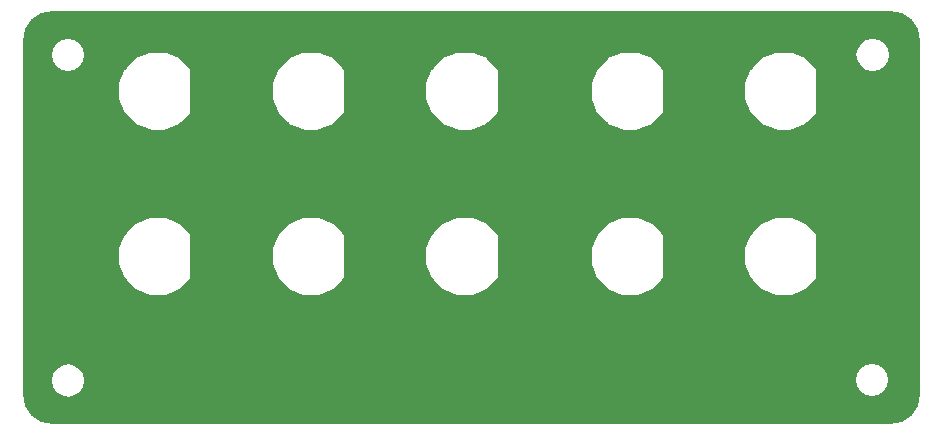
<source format=gtl>
G04 #@! TF.FileFunction,Copper,L1,Top,Signal*
%FSLAX46Y46*%
G04 Gerber Fmt 4.6, Leading zero omitted, Abs format (unit mm)*
G04 Created by KiCad (PCBNEW (2016-07-22 BZR 6991, Git 146a78a)-product) date 08/19/16 17:40:46*
%MOMM*%
%LPD*%
G01*
G04 APERTURE LIST*
%ADD10C,0.150000*%
%ADD11C,0.800000*%
%ADD12C,0.254000*%
G04 APERTURE END LIST*
D10*
D11*
X61950000Y-21630000D03*
X62465802Y-19705000D03*
X63875000Y-18295802D03*
X65800000Y-17780000D03*
X67725000Y-18295802D03*
X69134198Y-19705000D03*
X69650000Y-21630000D03*
X69134198Y-23555000D03*
X67725000Y-24964198D03*
X65800000Y-25480000D03*
X63875000Y-24964198D03*
X62465802Y-23555000D03*
X48950000Y-21630000D03*
X49465802Y-19705000D03*
X50875000Y-18295802D03*
X52800000Y-17780000D03*
X54725000Y-18295802D03*
X56134198Y-19705000D03*
X56650000Y-21630000D03*
X56134198Y-23555000D03*
X54725000Y-24964198D03*
X52800000Y-25480000D03*
X50875000Y-24964198D03*
X49465802Y-23555000D03*
X61950000Y-7630000D03*
X62465802Y-5705000D03*
X63875000Y-4295802D03*
X65800000Y-3780000D03*
X67725000Y-4295802D03*
X69134198Y-5705000D03*
X69650000Y-7630000D03*
X69134198Y-9555000D03*
X67725000Y-10964198D03*
X65800000Y-11480000D03*
X63875000Y-10964198D03*
X62465802Y-9555000D03*
X48950000Y-7630000D03*
X49465802Y-5705000D03*
X50875000Y-4295802D03*
X52800000Y-3780000D03*
X54725000Y-4295802D03*
X56134198Y-5705000D03*
X56650000Y-7630000D03*
X56134198Y-9555000D03*
X54725000Y-10964198D03*
X52800000Y-11480000D03*
X50875000Y-10964198D03*
X49465802Y-9555000D03*
X34950000Y-21630000D03*
X35465802Y-19705000D03*
X36875000Y-18295802D03*
X38800000Y-17780000D03*
X40725000Y-18295802D03*
X42134198Y-19705000D03*
X42650000Y-21630000D03*
X42134198Y-23555000D03*
X40725000Y-24964198D03*
X38800000Y-25480000D03*
X36875000Y-24964198D03*
X35465802Y-23555000D03*
X21950000Y-21630000D03*
X22465802Y-19705000D03*
X23875000Y-18295802D03*
X25800000Y-17780000D03*
X27725000Y-18295802D03*
X29134198Y-19705000D03*
X29650000Y-21630000D03*
X29134198Y-23555000D03*
X27725000Y-24964198D03*
X25800000Y-25480000D03*
X23875000Y-24964198D03*
X22465802Y-23555000D03*
X8950000Y-21630000D03*
X9465802Y-19705000D03*
X10875000Y-18295802D03*
X12800000Y-17780000D03*
X14725000Y-18295802D03*
X16134198Y-19705000D03*
X16650000Y-21630000D03*
X16134198Y-23555000D03*
X14725000Y-24964198D03*
X12800000Y-25480000D03*
X10875000Y-24964198D03*
X9465802Y-23555000D03*
X34950000Y-7630000D03*
X35465802Y-5705000D03*
X36875000Y-4295802D03*
X38800000Y-3780000D03*
X40725000Y-4295802D03*
X42134198Y-5705000D03*
X42650000Y-7630000D03*
X42134198Y-9555000D03*
X40725000Y-10964198D03*
X38800000Y-11480000D03*
X36875000Y-10964198D03*
X35465802Y-9555000D03*
X21950000Y-7630000D03*
X22465802Y-5705000D03*
X23875000Y-4295802D03*
X25800000Y-3780000D03*
X27725000Y-4295802D03*
X29134198Y-5705000D03*
X29650000Y-7630000D03*
X29134198Y-9555000D03*
X27725000Y-10964198D03*
X25800000Y-11480000D03*
X23875000Y-10964198D03*
X22465802Y-9555000D03*
X8950000Y-7630000D03*
X9465802Y-5705000D03*
X10875000Y-4295802D03*
X12800000Y-3780000D03*
X14725000Y-4295802D03*
X16134198Y-5705000D03*
X16650000Y-7630000D03*
X16134198Y-9555000D03*
X14725000Y-10964198D03*
X12800000Y-11480000D03*
X10875000Y-10964198D03*
X9465802Y-9555000D03*
D12*
G36*
X75779429Y-1158592D02*
X76541926Y-1668077D01*
X77051408Y-2430571D01*
X77233000Y-3343495D01*
X77233000Y-33326505D01*
X77051408Y-34239429D01*
X76541926Y-35001923D01*
X75779429Y-35511408D01*
X74866495Y-35693002D01*
X3883485Y-35702998D01*
X2970571Y-35521408D01*
X2208077Y-35011926D01*
X1698592Y-34249429D01*
X1517000Y-33336505D01*
X1517000Y-32140000D01*
X3708000Y-32140000D01*
X3822333Y-32714791D01*
X4147926Y-33202074D01*
X4635209Y-33527667D01*
X5210000Y-33642000D01*
X5784791Y-33527667D01*
X6272074Y-33202074D01*
X6597667Y-32714791D01*
X6712000Y-32140000D01*
X6704044Y-32100000D01*
X71788000Y-32100000D01*
X71902333Y-32674791D01*
X72227926Y-33162074D01*
X72715209Y-33487667D01*
X73290000Y-33602000D01*
X73864791Y-33487667D01*
X74352074Y-33162074D01*
X74677667Y-32674791D01*
X74792000Y-32100000D01*
X74677667Y-31525209D01*
X74352074Y-31037926D01*
X73864791Y-30712333D01*
X73290000Y-30598000D01*
X72715209Y-30712333D01*
X72227926Y-31037926D01*
X71902333Y-31525209D01*
X71788000Y-32100000D01*
X6704044Y-32100000D01*
X6597667Y-31565209D01*
X6272074Y-31077926D01*
X5784791Y-30752333D01*
X5210000Y-30638000D01*
X4635209Y-30752333D01*
X4147926Y-31077926D01*
X3822333Y-31565209D01*
X3708000Y-32140000D01*
X1517000Y-32140000D01*
X1517000Y-22259019D01*
X9408948Y-22259019D01*
X9424207Y-22336344D01*
X9424208Y-22336345D01*
X9907791Y-23508833D01*
X9907792Y-23508838D01*
X9913618Y-23517585D01*
X9951481Y-23574438D01*
X9951484Y-23574440D01*
X10846946Y-24472616D01*
X10846948Y-24472619D01*
X10873222Y-24490233D01*
X10912415Y-24516507D01*
X10912420Y-24516508D01*
X12083435Y-25003636D01*
X12083439Y-25003639D01*
X12160717Y-25019132D01*
X13429019Y-25021052D01*
X13506344Y-25005793D01*
X13506346Y-25005791D01*
X14678833Y-24522209D01*
X14678838Y-24522208D01*
X14718214Y-24495984D01*
X14744438Y-24478519D01*
X14744440Y-24478516D01*
X15642619Y-23583051D01*
X15642704Y-23582924D01*
X15642836Y-23582836D01*
X15664752Y-23550037D01*
X15686507Y-23517585D01*
X15686538Y-23517431D01*
X15686624Y-23517302D01*
X15694181Y-23479310D01*
X15702001Y-23440306D01*
X15701970Y-23440150D01*
X15702000Y-23440000D01*
X15702000Y-22259019D01*
X22408948Y-22259019D01*
X22424207Y-22336344D01*
X22424208Y-22336345D01*
X22907791Y-23508833D01*
X22907792Y-23508838D01*
X22913618Y-23517585D01*
X22951481Y-23574438D01*
X22951484Y-23574440D01*
X23846946Y-24472616D01*
X23846948Y-24472619D01*
X23873222Y-24490233D01*
X23912415Y-24516507D01*
X23912420Y-24516508D01*
X25083435Y-25003636D01*
X25083439Y-25003639D01*
X25160717Y-25019132D01*
X26429019Y-25021052D01*
X26506344Y-25005793D01*
X26506346Y-25005791D01*
X27678833Y-24522209D01*
X27678838Y-24522208D01*
X27718214Y-24495984D01*
X27744438Y-24478519D01*
X27744440Y-24478516D01*
X28642619Y-23583051D01*
X28642704Y-23582924D01*
X28642836Y-23582836D01*
X28664752Y-23550037D01*
X28686507Y-23517585D01*
X28686538Y-23517431D01*
X28686624Y-23517302D01*
X28694181Y-23479310D01*
X28702001Y-23440306D01*
X28701970Y-23440150D01*
X28702000Y-23440000D01*
X28702000Y-22259019D01*
X35408948Y-22259019D01*
X35424207Y-22336344D01*
X35424208Y-22336345D01*
X35907791Y-23508833D01*
X35907792Y-23508838D01*
X35913618Y-23517585D01*
X35951481Y-23574438D01*
X35951484Y-23574440D01*
X36846946Y-24472616D01*
X36846948Y-24472619D01*
X36873222Y-24490233D01*
X36912415Y-24516507D01*
X36912420Y-24516508D01*
X38083435Y-25003636D01*
X38083439Y-25003639D01*
X38160717Y-25019132D01*
X39429019Y-25021052D01*
X39506344Y-25005793D01*
X39506346Y-25005791D01*
X40678833Y-24522209D01*
X40678838Y-24522208D01*
X40718214Y-24495984D01*
X40744438Y-24478519D01*
X40744440Y-24478516D01*
X41642619Y-23583051D01*
X41642704Y-23582924D01*
X41642836Y-23582836D01*
X41664752Y-23550037D01*
X41686507Y-23517585D01*
X41686538Y-23517431D01*
X41686624Y-23517302D01*
X41694181Y-23479310D01*
X41702001Y-23440306D01*
X41701970Y-23440150D01*
X41702000Y-23440000D01*
X41702000Y-22259019D01*
X49408948Y-22259019D01*
X49424207Y-22336344D01*
X49424208Y-22336345D01*
X49907791Y-23508833D01*
X49907792Y-23508838D01*
X49913618Y-23517585D01*
X49951481Y-23574438D01*
X49951484Y-23574440D01*
X50846946Y-24472616D01*
X50846948Y-24472619D01*
X50873222Y-24490233D01*
X50912415Y-24516507D01*
X50912420Y-24516508D01*
X52083435Y-25003636D01*
X52083439Y-25003639D01*
X52160717Y-25019132D01*
X53429019Y-25021052D01*
X53506344Y-25005793D01*
X53506346Y-25005791D01*
X54678833Y-24522209D01*
X54678838Y-24522208D01*
X54718214Y-24495984D01*
X54744438Y-24478519D01*
X54744440Y-24478516D01*
X55642619Y-23583051D01*
X55642704Y-23582924D01*
X55642836Y-23582836D01*
X55664752Y-23550037D01*
X55686507Y-23517585D01*
X55686538Y-23517431D01*
X55686624Y-23517302D01*
X55694181Y-23479310D01*
X55702001Y-23440306D01*
X55701970Y-23440150D01*
X55702000Y-23440000D01*
X55702000Y-22259019D01*
X62408948Y-22259019D01*
X62424207Y-22336344D01*
X62424208Y-22336345D01*
X62907791Y-23508833D01*
X62907792Y-23508838D01*
X62913618Y-23517585D01*
X62951481Y-23574438D01*
X62951484Y-23574440D01*
X63846946Y-24472616D01*
X63846948Y-24472619D01*
X63873222Y-24490233D01*
X63912415Y-24516507D01*
X63912420Y-24516508D01*
X65083435Y-25003636D01*
X65083439Y-25003639D01*
X65160717Y-25019132D01*
X66429019Y-25021052D01*
X66506344Y-25005793D01*
X66506346Y-25005791D01*
X67678833Y-24522209D01*
X67678838Y-24522208D01*
X67718214Y-24495984D01*
X67744438Y-24478519D01*
X67744440Y-24478516D01*
X68642619Y-23583051D01*
X68642704Y-23582924D01*
X68642836Y-23582836D01*
X68664752Y-23550037D01*
X68686507Y-23517585D01*
X68686538Y-23517431D01*
X68686624Y-23517302D01*
X68694181Y-23479310D01*
X68702001Y-23440306D01*
X68701970Y-23440150D01*
X68702000Y-23440000D01*
X68702000Y-19820005D01*
X68702001Y-19820000D01*
X68686624Y-19742698D01*
X68642836Y-19677164D01*
X67752836Y-18787164D01*
X67719958Y-18765196D01*
X67687585Y-18743494D01*
X67687303Y-18743377D01*
X67687302Y-18743376D01*
X67687301Y-18743376D01*
X66516562Y-18256362D01*
X66516563Y-18256362D01*
X66516561Y-18256361D01*
X66454776Y-18243974D01*
X66439283Y-18240868D01*
X66439282Y-18240868D01*
X65170981Y-18238948D01*
X65093656Y-18254207D01*
X63921167Y-18737791D01*
X63921162Y-18737792D01*
X63855563Y-18781481D01*
X62957381Y-19676948D01*
X62913493Y-19742415D01*
X62913492Y-19742420D01*
X62426363Y-20913437D01*
X62426361Y-20913439D01*
X62410868Y-20990718D01*
X62408948Y-22259019D01*
X55702000Y-22259019D01*
X55702000Y-19820005D01*
X55702001Y-19820000D01*
X55686624Y-19742698D01*
X55642836Y-19677164D01*
X54752836Y-18787164D01*
X54719958Y-18765196D01*
X54687585Y-18743494D01*
X54687303Y-18743377D01*
X54687302Y-18743376D01*
X54687301Y-18743376D01*
X53516562Y-18256362D01*
X53516563Y-18256362D01*
X53516561Y-18256361D01*
X53454776Y-18243974D01*
X53439283Y-18240868D01*
X53439282Y-18240868D01*
X52170981Y-18238948D01*
X52093656Y-18254207D01*
X50921167Y-18737791D01*
X50921162Y-18737792D01*
X50855563Y-18781481D01*
X49957381Y-19676948D01*
X49913493Y-19742415D01*
X49913492Y-19742420D01*
X49426363Y-20913437D01*
X49426361Y-20913439D01*
X49410868Y-20990718D01*
X49408948Y-22259019D01*
X41702000Y-22259019D01*
X41702000Y-19820005D01*
X41702001Y-19820000D01*
X41686624Y-19742698D01*
X41642836Y-19677164D01*
X40752836Y-18787164D01*
X40719958Y-18765196D01*
X40687585Y-18743494D01*
X40687303Y-18743377D01*
X40687302Y-18743376D01*
X40687301Y-18743376D01*
X39516562Y-18256362D01*
X39516563Y-18256362D01*
X39516561Y-18256361D01*
X39454776Y-18243974D01*
X39439283Y-18240868D01*
X39439282Y-18240868D01*
X38170981Y-18238948D01*
X38093656Y-18254207D01*
X36921167Y-18737791D01*
X36921162Y-18737792D01*
X36855563Y-18781481D01*
X35957381Y-19676948D01*
X35913493Y-19742415D01*
X35913492Y-19742420D01*
X35426363Y-20913437D01*
X35426361Y-20913439D01*
X35410868Y-20990718D01*
X35408948Y-22259019D01*
X28702000Y-22259019D01*
X28702000Y-19820005D01*
X28702001Y-19820000D01*
X28686624Y-19742698D01*
X28642836Y-19677164D01*
X27752836Y-18787164D01*
X27719958Y-18765196D01*
X27687585Y-18743494D01*
X27687303Y-18743377D01*
X27687302Y-18743376D01*
X27687301Y-18743376D01*
X26516562Y-18256362D01*
X26516563Y-18256362D01*
X26516561Y-18256361D01*
X26454776Y-18243974D01*
X26439283Y-18240868D01*
X26439282Y-18240868D01*
X25170981Y-18238948D01*
X25093656Y-18254207D01*
X23921167Y-18737791D01*
X23921162Y-18737792D01*
X23855563Y-18781481D01*
X22957381Y-19676948D01*
X22913493Y-19742415D01*
X22913492Y-19742420D01*
X22426363Y-20913437D01*
X22426361Y-20913439D01*
X22410868Y-20990718D01*
X22408948Y-22259019D01*
X15702000Y-22259019D01*
X15702000Y-19820005D01*
X15702001Y-19820000D01*
X15686624Y-19742698D01*
X15642836Y-19677164D01*
X14752836Y-18787164D01*
X14719958Y-18765196D01*
X14687585Y-18743494D01*
X14687303Y-18743377D01*
X14687302Y-18743376D01*
X14687301Y-18743376D01*
X13516562Y-18256362D01*
X13516563Y-18256362D01*
X13516561Y-18256361D01*
X13454776Y-18243974D01*
X13439283Y-18240868D01*
X13439282Y-18240868D01*
X12170981Y-18238948D01*
X12093656Y-18254207D01*
X10921167Y-18737791D01*
X10921162Y-18737792D01*
X10855563Y-18781481D01*
X9957381Y-19676948D01*
X9913493Y-19742415D01*
X9913492Y-19742420D01*
X9426363Y-20913437D01*
X9426361Y-20913439D01*
X9410868Y-20990718D01*
X9408948Y-22259019D01*
X1517000Y-22259019D01*
X1517000Y-8259019D01*
X9408948Y-8259019D01*
X9424207Y-8336344D01*
X9424208Y-8336345D01*
X9907791Y-9508833D01*
X9907792Y-9508838D01*
X9913618Y-9517585D01*
X9951481Y-9574438D01*
X9951484Y-9574440D01*
X10846946Y-10472616D01*
X10846948Y-10472619D01*
X10873222Y-10490233D01*
X10912415Y-10516507D01*
X10912420Y-10516508D01*
X12083435Y-11003636D01*
X12083439Y-11003639D01*
X12160717Y-11019132D01*
X13429019Y-11021052D01*
X13506344Y-11005793D01*
X13506346Y-11005791D01*
X14678833Y-10522209D01*
X14678838Y-10522208D01*
X14718214Y-10495984D01*
X14744438Y-10478519D01*
X14744440Y-10478516D01*
X15642619Y-9583051D01*
X15642704Y-9582924D01*
X15642836Y-9582836D01*
X15664752Y-9550037D01*
X15686507Y-9517585D01*
X15686538Y-9517431D01*
X15686624Y-9517302D01*
X15694181Y-9479310D01*
X15702001Y-9440306D01*
X15701970Y-9440150D01*
X15702000Y-9440000D01*
X15702000Y-8259019D01*
X22408948Y-8259019D01*
X22424207Y-8336344D01*
X22424208Y-8336345D01*
X22907791Y-9508833D01*
X22907792Y-9508838D01*
X22913618Y-9517585D01*
X22951481Y-9574438D01*
X22951484Y-9574440D01*
X23846946Y-10472616D01*
X23846948Y-10472619D01*
X23873222Y-10490233D01*
X23912415Y-10516507D01*
X23912420Y-10516508D01*
X25083435Y-11003636D01*
X25083439Y-11003639D01*
X25160717Y-11019132D01*
X26429019Y-11021052D01*
X26506344Y-11005793D01*
X26506346Y-11005791D01*
X27678833Y-10522209D01*
X27678838Y-10522208D01*
X27718214Y-10495984D01*
X27744438Y-10478519D01*
X27744440Y-10478516D01*
X28642619Y-9583051D01*
X28642704Y-9582924D01*
X28642836Y-9582836D01*
X28664752Y-9550037D01*
X28686507Y-9517585D01*
X28686538Y-9517431D01*
X28686624Y-9517302D01*
X28694181Y-9479310D01*
X28702001Y-9440306D01*
X28701970Y-9440150D01*
X28702000Y-9440000D01*
X28702000Y-8259019D01*
X35408948Y-8259019D01*
X35424207Y-8336344D01*
X35424208Y-8336345D01*
X35907791Y-9508833D01*
X35907792Y-9508838D01*
X35913618Y-9517585D01*
X35951481Y-9574438D01*
X35951484Y-9574440D01*
X36846946Y-10472616D01*
X36846948Y-10472619D01*
X36873222Y-10490233D01*
X36912415Y-10516507D01*
X36912420Y-10516508D01*
X38083435Y-11003636D01*
X38083439Y-11003639D01*
X38160717Y-11019132D01*
X39429019Y-11021052D01*
X39506344Y-11005793D01*
X39506346Y-11005791D01*
X40678833Y-10522209D01*
X40678838Y-10522208D01*
X40718214Y-10495984D01*
X40744438Y-10478519D01*
X40744440Y-10478516D01*
X41642619Y-9583051D01*
X41642704Y-9582924D01*
X41642836Y-9582836D01*
X41664752Y-9550037D01*
X41686507Y-9517585D01*
X41686538Y-9517431D01*
X41686624Y-9517302D01*
X41694181Y-9479310D01*
X41702001Y-9440306D01*
X41701970Y-9440150D01*
X41702000Y-9440000D01*
X41702000Y-8259019D01*
X49408948Y-8259019D01*
X49424207Y-8336344D01*
X49424208Y-8336345D01*
X49907791Y-9508833D01*
X49907792Y-9508838D01*
X49913618Y-9517585D01*
X49951481Y-9574438D01*
X49951484Y-9574440D01*
X50846946Y-10472616D01*
X50846948Y-10472619D01*
X50873222Y-10490233D01*
X50912415Y-10516507D01*
X50912420Y-10516508D01*
X52083435Y-11003636D01*
X52083439Y-11003639D01*
X52160717Y-11019132D01*
X53429019Y-11021052D01*
X53506344Y-11005793D01*
X53506346Y-11005791D01*
X54678833Y-10522209D01*
X54678838Y-10522208D01*
X54718214Y-10495984D01*
X54744438Y-10478519D01*
X54744440Y-10478516D01*
X55642619Y-9583051D01*
X55642704Y-9582924D01*
X55642836Y-9582836D01*
X55664752Y-9550037D01*
X55686507Y-9517585D01*
X55686538Y-9517431D01*
X55686624Y-9517302D01*
X55694181Y-9479310D01*
X55702001Y-9440306D01*
X55701970Y-9440150D01*
X55702000Y-9440000D01*
X55702000Y-8259019D01*
X62408948Y-8259019D01*
X62424207Y-8336344D01*
X62424208Y-8336345D01*
X62907791Y-9508833D01*
X62907792Y-9508838D01*
X62913618Y-9517585D01*
X62951481Y-9574438D01*
X62951484Y-9574440D01*
X63846946Y-10472616D01*
X63846948Y-10472619D01*
X63873222Y-10490233D01*
X63912415Y-10516507D01*
X63912420Y-10516508D01*
X65083435Y-11003636D01*
X65083439Y-11003639D01*
X65160717Y-11019132D01*
X66429019Y-11021052D01*
X66506344Y-11005793D01*
X66506346Y-11005791D01*
X67678833Y-10522209D01*
X67678838Y-10522208D01*
X67718214Y-10495984D01*
X67744438Y-10478519D01*
X67744440Y-10478516D01*
X68642619Y-9583051D01*
X68642704Y-9582924D01*
X68642836Y-9582836D01*
X68664752Y-9550037D01*
X68686507Y-9517585D01*
X68686538Y-9517431D01*
X68686624Y-9517302D01*
X68694181Y-9479310D01*
X68702001Y-9440306D01*
X68701970Y-9440150D01*
X68702000Y-9440000D01*
X68702000Y-5820005D01*
X68702001Y-5820000D01*
X68686624Y-5742698D01*
X68642836Y-5677164D01*
X67752836Y-4787164D01*
X67719958Y-4765196D01*
X67687585Y-4743494D01*
X67687303Y-4743377D01*
X67687302Y-4743376D01*
X67687301Y-4743376D01*
X67246482Y-4560000D01*
X71828000Y-4560000D01*
X71942333Y-5134791D01*
X72267926Y-5622074D01*
X72755209Y-5947667D01*
X73330000Y-6062000D01*
X73904791Y-5947667D01*
X74392074Y-5622074D01*
X74717667Y-5134791D01*
X74832000Y-4560000D01*
X74717667Y-3985209D01*
X74392074Y-3497926D01*
X73904791Y-3172333D01*
X73330000Y-3058000D01*
X72755209Y-3172333D01*
X72267926Y-3497926D01*
X71942333Y-3985209D01*
X71828000Y-4560000D01*
X67246482Y-4560000D01*
X66516562Y-4256362D01*
X66516563Y-4256362D01*
X66516561Y-4256361D01*
X66454776Y-4243974D01*
X66439283Y-4240868D01*
X66439282Y-4240868D01*
X65170981Y-4238948D01*
X65093656Y-4254207D01*
X63921167Y-4737791D01*
X63921162Y-4737792D01*
X63855563Y-4781481D01*
X62957381Y-5676948D01*
X62913493Y-5742415D01*
X62913492Y-5742420D01*
X62426363Y-6913437D01*
X62426361Y-6913439D01*
X62410868Y-6990718D01*
X62408948Y-8259019D01*
X55702000Y-8259019D01*
X55702000Y-5820005D01*
X55702001Y-5820000D01*
X55686624Y-5742698D01*
X55642836Y-5677164D01*
X54752836Y-4787164D01*
X54719958Y-4765196D01*
X54687585Y-4743494D01*
X54687303Y-4743377D01*
X54687302Y-4743376D01*
X54687301Y-4743376D01*
X53516562Y-4256362D01*
X53516563Y-4256362D01*
X53516561Y-4256361D01*
X53454776Y-4243974D01*
X53439283Y-4240868D01*
X53439282Y-4240868D01*
X52170981Y-4238948D01*
X52093656Y-4254207D01*
X50921167Y-4737791D01*
X50921162Y-4737792D01*
X50855563Y-4781481D01*
X49957381Y-5676948D01*
X49913493Y-5742415D01*
X49913492Y-5742420D01*
X49426363Y-6913437D01*
X49426361Y-6913439D01*
X49410868Y-6990718D01*
X49408948Y-8259019D01*
X41702000Y-8259019D01*
X41702000Y-5820005D01*
X41702001Y-5820000D01*
X41686624Y-5742698D01*
X41642836Y-5677164D01*
X40752836Y-4787164D01*
X40719958Y-4765196D01*
X40687585Y-4743494D01*
X40687303Y-4743377D01*
X40687302Y-4743376D01*
X40687301Y-4743376D01*
X39516562Y-4256362D01*
X39516563Y-4256362D01*
X39516561Y-4256361D01*
X39454776Y-4243974D01*
X39439283Y-4240868D01*
X39439282Y-4240868D01*
X38170981Y-4238948D01*
X38093656Y-4254207D01*
X36921167Y-4737791D01*
X36921162Y-4737792D01*
X36855563Y-4781481D01*
X35957381Y-5676948D01*
X35913493Y-5742415D01*
X35913492Y-5742420D01*
X35426363Y-6913437D01*
X35426361Y-6913439D01*
X35410868Y-6990718D01*
X35408948Y-8259019D01*
X28702000Y-8259019D01*
X28702000Y-5820005D01*
X28702001Y-5820000D01*
X28686624Y-5742698D01*
X28642836Y-5677164D01*
X27752836Y-4787164D01*
X27719958Y-4765196D01*
X27687585Y-4743494D01*
X27687303Y-4743377D01*
X27687302Y-4743376D01*
X27687301Y-4743376D01*
X26516562Y-4256362D01*
X26516563Y-4256362D01*
X26516561Y-4256361D01*
X26454776Y-4243974D01*
X26439283Y-4240868D01*
X26439282Y-4240868D01*
X25170981Y-4238948D01*
X25093656Y-4254207D01*
X23921167Y-4737791D01*
X23921162Y-4737792D01*
X23855563Y-4781481D01*
X22957381Y-5676948D01*
X22913493Y-5742415D01*
X22913492Y-5742420D01*
X22426363Y-6913437D01*
X22426361Y-6913439D01*
X22410868Y-6990718D01*
X22408948Y-8259019D01*
X15702000Y-8259019D01*
X15702000Y-5820005D01*
X15702001Y-5820000D01*
X15686624Y-5742698D01*
X15642836Y-5677164D01*
X14752836Y-4787164D01*
X14719958Y-4765196D01*
X14687585Y-4743494D01*
X14687303Y-4743377D01*
X14687302Y-4743376D01*
X14687301Y-4743376D01*
X13516562Y-4256362D01*
X13516563Y-4256362D01*
X13516561Y-4256361D01*
X13454776Y-4243974D01*
X13439283Y-4240868D01*
X13439282Y-4240868D01*
X12170981Y-4238948D01*
X12093656Y-4254207D01*
X10921167Y-4737791D01*
X10921162Y-4737792D01*
X10855563Y-4781481D01*
X9957381Y-5676948D01*
X9913493Y-5742415D01*
X9913492Y-5742420D01*
X9426363Y-6913437D01*
X9426361Y-6913439D01*
X9410868Y-6990718D01*
X9408948Y-8259019D01*
X1517000Y-8259019D01*
X1517000Y-4590000D01*
X3718000Y-4590000D01*
X3832333Y-5164791D01*
X4157926Y-5652074D01*
X4645209Y-5977667D01*
X5220000Y-6092000D01*
X5794791Y-5977667D01*
X6282074Y-5652074D01*
X6607667Y-5164791D01*
X6722000Y-4590000D01*
X6607667Y-4015209D01*
X6282074Y-3527926D01*
X5794791Y-3202333D01*
X5220000Y-3088000D01*
X4645209Y-3202333D01*
X4157926Y-3527926D01*
X3832333Y-4015209D01*
X3718000Y-4590000D01*
X1517000Y-4590000D01*
X1517000Y-3343495D01*
X1698592Y-2430571D01*
X2208077Y-1668074D01*
X2970571Y-1158592D01*
X3883495Y-977000D01*
X74866505Y-977000D01*
X75779429Y-1158592D01*
X75779429Y-1158592D01*
G37*
X75779429Y-1158592D02*
X76541926Y-1668077D01*
X77051408Y-2430571D01*
X77233000Y-3343495D01*
X77233000Y-33326505D01*
X77051408Y-34239429D01*
X76541926Y-35001923D01*
X75779429Y-35511408D01*
X74866495Y-35693002D01*
X3883485Y-35702998D01*
X2970571Y-35521408D01*
X2208077Y-35011926D01*
X1698592Y-34249429D01*
X1517000Y-33336505D01*
X1517000Y-32140000D01*
X3708000Y-32140000D01*
X3822333Y-32714791D01*
X4147926Y-33202074D01*
X4635209Y-33527667D01*
X5210000Y-33642000D01*
X5784791Y-33527667D01*
X6272074Y-33202074D01*
X6597667Y-32714791D01*
X6712000Y-32140000D01*
X6704044Y-32100000D01*
X71788000Y-32100000D01*
X71902333Y-32674791D01*
X72227926Y-33162074D01*
X72715209Y-33487667D01*
X73290000Y-33602000D01*
X73864791Y-33487667D01*
X74352074Y-33162074D01*
X74677667Y-32674791D01*
X74792000Y-32100000D01*
X74677667Y-31525209D01*
X74352074Y-31037926D01*
X73864791Y-30712333D01*
X73290000Y-30598000D01*
X72715209Y-30712333D01*
X72227926Y-31037926D01*
X71902333Y-31525209D01*
X71788000Y-32100000D01*
X6704044Y-32100000D01*
X6597667Y-31565209D01*
X6272074Y-31077926D01*
X5784791Y-30752333D01*
X5210000Y-30638000D01*
X4635209Y-30752333D01*
X4147926Y-31077926D01*
X3822333Y-31565209D01*
X3708000Y-32140000D01*
X1517000Y-32140000D01*
X1517000Y-22259019D01*
X9408948Y-22259019D01*
X9424207Y-22336344D01*
X9424208Y-22336345D01*
X9907791Y-23508833D01*
X9907792Y-23508838D01*
X9913618Y-23517585D01*
X9951481Y-23574438D01*
X9951484Y-23574440D01*
X10846946Y-24472616D01*
X10846948Y-24472619D01*
X10873222Y-24490233D01*
X10912415Y-24516507D01*
X10912420Y-24516508D01*
X12083435Y-25003636D01*
X12083439Y-25003639D01*
X12160717Y-25019132D01*
X13429019Y-25021052D01*
X13506344Y-25005793D01*
X13506346Y-25005791D01*
X14678833Y-24522209D01*
X14678838Y-24522208D01*
X14718214Y-24495984D01*
X14744438Y-24478519D01*
X14744440Y-24478516D01*
X15642619Y-23583051D01*
X15642704Y-23582924D01*
X15642836Y-23582836D01*
X15664752Y-23550037D01*
X15686507Y-23517585D01*
X15686538Y-23517431D01*
X15686624Y-23517302D01*
X15694181Y-23479310D01*
X15702001Y-23440306D01*
X15701970Y-23440150D01*
X15702000Y-23440000D01*
X15702000Y-22259019D01*
X22408948Y-22259019D01*
X22424207Y-22336344D01*
X22424208Y-22336345D01*
X22907791Y-23508833D01*
X22907792Y-23508838D01*
X22913618Y-23517585D01*
X22951481Y-23574438D01*
X22951484Y-23574440D01*
X23846946Y-24472616D01*
X23846948Y-24472619D01*
X23873222Y-24490233D01*
X23912415Y-24516507D01*
X23912420Y-24516508D01*
X25083435Y-25003636D01*
X25083439Y-25003639D01*
X25160717Y-25019132D01*
X26429019Y-25021052D01*
X26506344Y-25005793D01*
X26506346Y-25005791D01*
X27678833Y-24522209D01*
X27678838Y-24522208D01*
X27718214Y-24495984D01*
X27744438Y-24478519D01*
X27744440Y-24478516D01*
X28642619Y-23583051D01*
X28642704Y-23582924D01*
X28642836Y-23582836D01*
X28664752Y-23550037D01*
X28686507Y-23517585D01*
X28686538Y-23517431D01*
X28686624Y-23517302D01*
X28694181Y-23479310D01*
X28702001Y-23440306D01*
X28701970Y-23440150D01*
X28702000Y-23440000D01*
X28702000Y-22259019D01*
X35408948Y-22259019D01*
X35424207Y-22336344D01*
X35424208Y-22336345D01*
X35907791Y-23508833D01*
X35907792Y-23508838D01*
X35913618Y-23517585D01*
X35951481Y-23574438D01*
X35951484Y-23574440D01*
X36846946Y-24472616D01*
X36846948Y-24472619D01*
X36873222Y-24490233D01*
X36912415Y-24516507D01*
X36912420Y-24516508D01*
X38083435Y-25003636D01*
X38083439Y-25003639D01*
X38160717Y-25019132D01*
X39429019Y-25021052D01*
X39506344Y-25005793D01*
X39506346Y-25005791D01*
X40678833Y-24522209D01*
X40678838Y-24522208D01*
X40718214Y-24495984D01*
X40744438Y-24478519D01*
X40744440Y-24478516D01*
X41642619Y-23583051D01*
X41642704Y-23582924D01*
X41642836Y-23582836D01*
X41664752Y-23550037D01*
X41686507Y-23517585D01*
X41686538Y-23517431D01*
X41686624Y-23517302D01*
X41694181Y-23479310D01*
X41702001Y-23440306D01*
X41701970Y-23440150D01*
X41702000Y-23440000D01*
X41702000Y-22259019D01*
X49408948Y-22259019D01*
X49424207Y-22336344D01*
X49424208Y-22336345D01*
X49907791Y-23508833D01*
X49907792Y-23508838D01*
X49913618Y-23517585D01*
X49951481Y-23574438D01*
X49951484Y-23574440D01*
X50846946Y-24472616D01*
X50846948Y-24472619D01*
X50873222Y-24490233D01*
X50912415Y-24516507D01*
X50912420Y-24516508D01*
X52083435Y-25003636D01*
X52083439Y-25003639D01*
X52160717Y-25019132D01*
X53429019Y-25021052D01*
X53506344Y-25005793D01*
X53506346Y-25005791D01*
X54678833Y-24522209D01*
X54678838Y-24522208D01*
X54718214Y-24495984D01*
X54744438Y-24478519D01*
X54744440Y-24478516D01*
X55642619Y-23583051D01*
X55642704Y-23582924D01*
X55642836Y-23582836D01*
X55664752Y-23550037D01*
X55686507Y-23517585D01*
X55686538Y-23517431D01*
X55686624Y-23517302D01*
X55694181Y-23479310D01*
X55702001Y-23440306D01*
X55701970Y-23440150D01*
X55702000Y-23440000D01*
X55702000Y-22259019D01*
X62408948Y-22259019D01*
X62424207Y-22336344D01*
X62424208Y-22336345D01*
X62907791Y-23508833D01*
X62907792Y-23508838D01*
X62913618Y-23517585D01*
X62951481Y-23574438D01*
X62951484Y-23574440D01*
X63846946Y-24472616D01*
X63846948Y-24472619D01*
X63873222Y-24490233D01*
X63912415Y-24516507D01*
X63912420Y-24516508D01*
X65083435Y-25003636D01*
X65083439Y-25003639D01*
X65160717Y-25019132D01*
X66429019Y-25021052D01*
X66506344Y-25005793D01*
X66506346Y-25005791D01*
X67678833Y-24522209D01*
X67678838Y-24522208D01*
X67718214Y-24495984D01*
X67744438Y-24478519D01*
X67744440Y-24478516D01*
X68642619Y-23583051D01*
X68642704Y-23582924D01*
X68642836Y-23582836D01*
X68664752Y-23550037D01*
X68686507Y-23517585D01*
X68686538Y-23517431D01*
X68686624Y-23517302D01*
X68694181Y-23479310D01*
X68702001Y-23440306D01*
X68701970Y-23440150D01*
X68702000Y-23440000D01*
X68702000Y-19820005D01*
X68702001Y-19820000D01*
X68686624Y-19742698D01*
X68642836Y-19677164D01*
X67752836Y-18787164D01*
X67719958Y-18765196D01*
X67687585Y-18743494D01*
X67687303Y-18743377D01*
X67687302Y-18743376D01*
X67687301Y-18743376D01*
X66516562Y-18256362D01*
X66516563Y-18256362D01*
X66516561Y-18256361D01*
X66454776Y-18243974D01*
X66439283Y-18240868D01*
X66439282Y-18240868D01*
X65170981Y-18238948D01*
X65093656Y-18254207D01*
X63921167Y-18737791D01*
X63921162Y-18737792D01*
X63855563Y-18781481D01*
X62957381Y-19676948D01*
X62913493Y-19742415D01*
X62913492Y-19742420D01*
X62426363Y-20913437D01*
X62426361Y-20913439D01*
X62410868Y-20990718D01*
X62408948Y-22259019D01*
X55702000Y-22259019D01*
X55702000Y-19820005D01*
X55702001Y-19820000D01*
X55686624Y-19742698D01*
X55642836Y-19677164D01*
X54752836Y-18787164D01*
X54719958Y-18765196D01*
X54687585Y-18743494D01*
X54687303Y-18743377D01*
X54687302Y-18743376D01*
X54687301Y-18743376D01*
X53516562Y-18256362D01*
X53516563Y-18256362D01*
X53516561Y-18256361D01*
X53454776Y-18243974D01*
X53439283Y-18240868D01*
X53439282Y-18240868D01*
X52170981Y-18238948D01*
X52093656Y-18254207D01*
X50921167Y-18737791D01*
X50921162Y-18737792D01*
X50855563Y-18781481D01*
X49957381Y-19676948D01*
X49913493Y-19742415D01*
X49913492Y-19742420D01*
X49426363Y-20913437D01*
X49426361Y-20913439D01*
X49410868Y-20990718D01*
X49408948Y-22259019D01*
X41702000Y-22259019D01*
X41702000Y-19820005D01*
X41702001Y-19820000D01*
X41686624Y-19742698D01*
X41642836Y-19677164D01*
X40752836Y-18787164D01*
X40719958Y-18765196D01*
X40687585Y-18743494D01*
X40687303Y-18743377D01*
X40687302Y-18743376D01*
X40687301Y-18743376D01*
X39516562Y-18256362D01*
X39516563Y-18256362D01*
X39516561Y-18256361D01*
X39454776Y-18243974D01*
X39439283Y-18240868D01*
X39439282Y-18240868D01*
X38170981Y-18238948D01*
X38093656Y-18254207D01*
X36921167Y-18737791D01*
X36921162Y-18737792D01*
X36855563Y-18781481D01*
X35957381Y-19676948D01*
X35913493Y-19742415D01*
X35913492Y-19742420D01*
X35426363Y-20913437D01*
X35426361Y-20913439D01*
X35410868Y-20990718D01*
X35408948Y-22259019D01*
X28702000Y-22259019D01*
X28702000Y-19820005D01*
X28702001Y-19820000D01*
X28686624Y-19742698D01*
X28642836Y-19677164D01*
X27752836Y-18787164D01*
X27719958Y-18765196D01*
X27687585Y-18743494D01*
X27687303Y-18743377D01*
X27687302Y-18743376D01*
X27687301Y-18743376D01*
X26516562Y-18256362D01*
X26516563Y-18256362D01*
X26516561Y-18256361D01*
X26454776Y-18243974D01*
X26439283Y-18240868D01*
X26439282Y-18240868D01*
X25170981Y-18238948D01*
X25093656Y-18254207D01*
X23921167Y-18737791D01*
X23921162Y-18737792D01*
X23855563Y-18781481D01*
X22957381Y-19676948D01*
X22913493Y-19742415D01*
X22913492Y-19742420D01*
X22426363Y-20913437D01*
X22426361Y-20913439D01*
X22410868Y-20990718D01*
X22408948Y-22259019D01*
X15702000Y-22259019D01*
X15702000Y-19820005D01*
X15702001Y-19820000D01*
X15686624Y-19742698D01*
X15642836Y-19677164D01*
X14752836Y-18787164D01*
X14719958Y-18765196D01*
X14687585Y-18743494D01*
X14687303Y-18743377D01*
X14687302Y-18743376D01*
X14687301Y-18743376D01*
X13516562Y-18256362D01*
X13516563Y-18256362D01*
X13516561Y-18256361D01*
X13454776Y-18243974D01*
X13439283Y-18240868D01*
X13439282Y-18240868D01*
X12170981Y-18238948D01*
X12093656Y-18254207D01*
X10921167Y-18737791D01*
X10921162Y-18737792D01*
X10855563Y-18781481D01*
X9957381Y-19676948D01*
X9913493Y-19742415D01*
X9913492Y-19742420D01*
X9426363Y-20913437D01*
X9426361Y-20913439D01*
X9410868Y-20990718D01*
X9408948Y-22259019D01*
X1517000Y-22259019D01*
X1517000Y-8259019D01*
X9408948Y-8259019D01*
X9424207Y-8336344D01*
X9424208Y-8336345D01*
X9907791Y-9508833D01*
X9907792Y-9508838D01*
X9913618Y-9517585D01*
X9951481Y-9574438D01*
X9951484Y-9574440D01*
X10846946Y-10472616D01*
X10846948Y-10472619D01*
X10873222Y-10490233D01*
X10912415Y-10516507D01*
X10912420Y-10516508D01*
X12083435Y-11003636D01*
X12083439Y-11003639D01*
X12160717Y-11019132D01*
X13429019Y-11021052D01*
X13506344Y-11005793D01*
X13506346Y-11005791D01*
X14678833Y-10522209D01*
X14678838Y-10522208D01*
X14718214Y-10495984D01*
X14744438Y-10478519D01*
X14744440Y-10478516D01*
X15642619Y-9583051D01*
X15642704Y-9582924D01*
X15642836Y-9582836D01*
X15664752Y-9550037D01*
X15686507Y-9517585D01*
X15686538Y-9517431D01*
X15686624Y-9517302D01*
X15694181Y-9479310D01*
X15702001Y-9440306D01*
X15701970Y-9440150D01*
X15702000Y-9440000D01*
X15702000Y-8259019D01*
X22408948Y-8259019D01*
X22424207Y-8336344D01*
X22424208Y-8336345D01*
X22907791Y-9508833D01*
X22907792Y-9508838D01*
X22913618Y-9517585D01*
X22951481Y-9574438D01*
X22951484Y-9574440D01*
X23846946Y-10472616D01*
X23846948Y-10472619D01*
X23873222Y-10490233D01*
X23912415Y-10516507D01*
X23912420Y-10516508D01*
X25083435Y-11003636D01*
X25083439Y-11003639D01*
X25160717Y-11019132D01*
X26429019Y-11021052D01*
X26506344Y-11005793D01*
X26506346Y-11005791D01*
X27678833Y-10522209D01*
X27678838Y-10522208D01*
X27718214Y-10495984D01*
X27744438Y-10478519D01*
X27744440Y-10478516D01*
X28642619Y-9583051D01*
X28642704Y-9582924D01*
X28642836Y-9582836D01*
X28664752Y-9550037D01*
X28686507Y-9517585D01*
X28686538Y-9517431D01*
X28686624Y-9517302D01*
X28694181Y-9479310D01*
X28702001Y-9440306D01*
X28701970Y-9440150D01*
X28702000Y-9440000D01*
X28702000Y-8259019D01*
X35408948Y-8259019D01*
X35424207Y-8336344D01*
X35424208Y-8336345D01*
X35907791Y-9508833D01*
X35907792Y-9508838D01*
X35913618Y-9517585D01*
X35951481Y-9574438D01*
X35951484Y-9574440D01*
X36846946Y-10472616D01*
X36846948Y-10472619D01*
X36873222Y-10490233D01*
X36912415Y-10516507D01*
X36912420Y-10516508D01*
X38083435Y-11003636D01*
X38083439Y-11003639D01*
X38160717Y-11019132D01*
X39429019Y-11021052D01*
X39506344Y-11005793D01*
X39506346Y-11005791D01*
X40678833Y-10522209D01*
X40678838Y-10522208D01*
X40718214Y-10495984D01*
X40744438Y-10478519D01*
X40744440Y-10478516D01*
X41642619Y-9583051D01*
X41642704Y-9582924D01*
X41642836Y-9582836D01*
X41664752Y-9550037D01*
X41686507Y-9517585D01*
X41686538Y-9517431D01*
X41686624Y-9517302D01*
X41694181Y-9479310D01*
X41702001Y-9440306D01*
X41701970Y-9440150D01*
X41702000Y-9440000D01*
X41702000Y-8259019D01*
X49408948Y-8259019D01*
X49424207Y-8336344D01*
X49424208Y-8336345D01*
X49907791Y-9508833D01*
X49907792Y-9508838D01*
X49913618Y-9517585D01*
X49951481Y-9574438D01*
X49951484Y-9574440D01*
X50846946Y-10472616D01*
X50846948Y-10472619D01*
X50873222Y-10490233D01*
X50912415Y-10516507D01*
X50912420Y-10516508D01*
X52083435Y-11003636D01*
X52083439Y-11003639D01*
X52160717Y-11019132D01*
X53429019Y-11021052D01*
X53506344Y-11005793D01*
X53506346Y-11005791D01*
X54678833Y-10522209D01*
X54678838Y-10522208D01*
X54718214Y-10495984D01*
X54744438Y-10478519D01*
X54744440Y-10478516D01*
X55642619Y-9583051D01*
X55642704Y-9582924D01*
X55642836Y-9582836D01*
X55664752Y-9550037D01*
X55686507Y-9517585D01*
X55686538Y-9517431D01*
X55686624Y-9517302D01*
X55694181Y-9479310D01*
X55702001Y-9440306D01*
X55701970Y-9440150D01*
X55702000Y-9440000D01*
X55702000Y-8259019D01*
X62408948Y-8259019D01*
X62424207Y-8336344D01*
X62424208Y-8336345D01*
X62907791Y-9508833D01*
X62907792Y-9508838D01*
X62913618Y-9517585D01*
X62951481Y-9574438D01*
X62951484Y-9574440D01*
X63846946Y-10472616D01*
X63846948Y-10472619D01*
X63873222Y-10490233D01*
X63912415Y-10516507D01*
X63912420Y-10516508D01*
X65083435Y-11003636D01*
X65083439Y-11003639D01*
X65160717Y-11019132D01*
X66429019Y-11021052D01*
X66506344Y-11005793D01*
X66506346Y-11005791D01*
X67678833Y-10522209D01*
X67678838Y-10522208D01*
X67718214Y-10495984D01*
X67744438Y-10478519D01*
X67744440Y-10478516D01*
X68642619Y-9583051D01*
X68642704Y-9582924D01*
X68642836Y-9582836D01*
X68664752Y-9550037D01*
X68686507Y-9517585D01*
X68686538Y-9517431D01*
X68686624Y-9517302D01*
X68694181Y-9479310D01*
X68702001Y-9440306D01*
X68701970Y-9440150D01*
X68702000Y-9440000D01*
X68702000Y-5820005D01*
X68702001Y-5820000D01*
X68686624Y-5742698D01*
X68642836Y-5677164D01*
X67752836Y-4787164D01*
X67719958Y-4765196D01*
X67687585Y-4743494D01*
X67687303Y-4743377D01*
X67687302Y-4743376D01*
X67687301Y-4743376D01*
X67246482Y-4560000D01*
X71828000Y-4560000D01*
X71942333Y-5134791D01*
X72267926Y-5622074D01*
X72755209Y-5947667D01*
X73330000Y-6062000D01*
X73904791Y-5947667D01*
X74392074Y-5622074D01*
X74717667Y-5134791D01*
X74832000Y-4560000D01*
X74717667Y-3985209D01*
X74392074Y-3497926D01*
X73904791Y-3172333D01*
X73330000Y-3058000D01*
X72755209Y-3172333D01*
X72267926Y-3497926D01*
X71942333Y-3985209D01*
X71828000Y-4560000D01*
X67246482Y-4560000D01*
X66516562Y-4256362D01*
X66516563Y-4256362D01*
X66516561Y-4256361D01*
X66454776Y-4243974D01*
X66439283Y-4240868D01*
X66439282Y-4240868D01*
X65170981Y-4238948D01*
X65093656Y-4254207D01*
X63921167Y-4737791D01*
X63921162Y-4737792D01*
X63855563Y-4781481D01*
X62957381Y-5676948D01*
X62913493Y-5742415D01*
X62913492Y-5742420D01*
X62426363Y-6913437D01*
X62426361Y-6913439D01*
X62410868Y-6990718D01*
X62408948Y-8259019D01*
X55702000Y-8259019D01*
X55702000Y-5820005D01*
X55702001Y-5820000D01*
X55686624Y-5742698D01*
X55642836Y-5677164D01*
X54752836Y-4787164D01*
X54719958Y-4765196D01*
X54687585Y-4743494D01*
X54687303Y-4743377D01*
X54687302Y-4743376D01*
X54687301Y-4743376D01*
X53516562Y-4256362D01*
X53516563Y-4256362D01*
X53516561Y-4256361D01*
X53454776Y-4243974D01*
X53439283Y-4240868D01*
X53439282Y-4240868D01*
X52170981Y-4238948D01*
X52093656Y-4254207D01*
X50921167Y-4737791D01*
X50921162Y-4737792D01*
X50855563Y-4781481D01*
X49957381Y-5676948D01*
X49913493Y-5742415D01*
X49913492Y-5742420D01*
X49426363Y-6913437D01*
X49426361Y-6913439D01*
X49410868Y-6990718D01*
X49408948Y-8259019D01*
X41702000Y-8259019D01*
X41702000Y-5820005D01*
X41702001Y-5820000D01*
X41686624Y-5742698D01*
X41642836Y-5677164D01*
X40752836Y-4787164D01*
X40719958Y-4765196D01*
X40687585Y-4743494D01*
X40687303Y-4743377D01*
X40687302Y-4743376D01*
X40687301Y-4743376D01*
X39516562Y-4256362D01*
X39516563Y-4256362D01*
X39516561Y-4256361D01*
X39454776Y-4243974D01*
X39439283Y-4240868D01*
X39439282Y-4240868D01*
X38170981Y-4238948D01*
X38093656Y-4254207D01*
X36921167Y-4737791D01*
X36921162Y-4737792D01*
X36855563Y-4781481D01*
X35957381Y-5676948D01*
X35913493Y-5742415D01*
X35913492Y-5742420D01*
X35426363Y-6913437D01*
X35426361Y-6913439D01*
X35410868Y-6990718D01*
X35408948Y-8259019D01*
X28702000Y-8259019D01*
X28702000Y-5820005D01*
X28702001Y-5820000D01*
X28686624Y-5742698D01*
X28642836Y-5677164D01*
X27752836Y-4787164D01*
X27719958Y-4765196D01*
X27687585Y-4743494D01*
X27687303Y-4743377D01*
X27687302Y-4743376D01*
X27687301Y-4743376D01*
X26516562Y-4256362D01*
X26516563Y-4256362D01*
X26516561Y-4256361D01*
X26454776Y-4243974D01*
X26439283Y-4240868D01*
X26439282Y-4240868D01*
X25170981Y-4238948D01*
X25093656Y-4254207D01*
X23921167Y-4737791D01*
X23921162Y-4737792D01*
X23855563Y-4781481D01*
X22957381Y-5676948D01*
X22913493Y-5742415D01*
X22913492Y-5742420D01*
X22426363Y-6913437D01*
X22426361Y-6913439D01*
X22410868Y-6990718D01*
X22408948Y-8259019D01*
X15702000Y-8259019D01*
X15702000Y-5820005D01*
X15702001Y-5820000D01*
X15686624Y-5742698D01*
X15642836Y-5677164D01*
X14752836Y-4787164D01*
X14719958Y-4765196D01*
X14687585Y-4743494D01*
X14687303Y-4743377D01*
X14687302Y-4743376D01*
X14687301Y-4743376D01*
X13516562Y-4256362D01*
X13516563Y-4256362D01*
X13516561Y-4256361D01*
X13454776Y-4243974D01*
X13439283Y-4240868D01*
X13439282Y-4240868D01*
X12170981Y-4238948D01*
X12093656Y-4254207D01*
X10921167Y-4737791D01*
X10921162Y-4737792D01*
X10855563Y-4781481D01*
X9957381Y-5676948D01*
X9913493Y-5742415D01*
X9913492Y-5742420D01*
X9426363Y-6913437D01*
X9426361Y-6913439D01*
X9410868Y-6990718D01*
X9408948Y-8259019D01*
X1517000Y-8259019D01*
X1517000Y-4590000D01*
X3718000Y-4590000D01*
X3832333Y-5164791D01*
X4157926Y-5652074D01*
X4645209Y-5977667D01*
X5220000Y-6092000D01*
X5794791Y-5977667D01*
X6282074Y-5652074D01*
X6607667Y-5164791D01*
X6722000Y-4590000D01*
X6607667Y-4015209D01*
X6282074Y-3527926D01*
X5794791Y-3202333D01*
X5220000Y-3088000D01*
X4645209Y-3202333D01*
X4157926Y-3527926D01*
X3832333Y-4015209D01*
X3718000Y-4590000D01*
X1517000Y-4590000D01*
X1517000Y-3343495D01*
X1698592Y-2430571D01*
X2208077Y-1668074D01*
X2970571Y-1158592D01*
X3883495Y-977000D01*
X74866505Y-977000D01*
X75779429Y-1158592D01*
M02*

</source>
